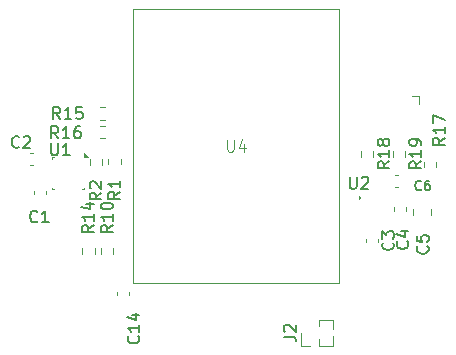
<source format=gbr>
%TF.GenerationSoftware,KiCad,Pcbnew,9.0.0*%
%TF.CreationDate,2025-06-13T20:30:42+03:00*%
%TF.ProjectId,BLE_sensors,424c455f-7365-46e7-936f-72732e6b6963,rev?*%
%TF.SameCoordinates,Original*%
%TF.FileFunction,Legend,Top*%
%TF.FilePolarity,Positive*%
%FSLAX46Y46*%
G04 Gerber Fmt 4.6, Leading zero omitted, Abs format (unit mm)*
G04 Created by KiCad (PCBNEW 9.0.0) date 2025-06-13 20:30:42*
%MOMM*%
%LPD*%
G01*
G04 APERTURE LIST*
%ADD10C,0.150000*%
%ADD11C,0.100000*%
%ADD12C,0.120000*%
%ADD13C,0.000000*%
G04 APERTURE END LIST*
D10*
X156966667Y-76886104D02*
X156928571Y-76924200D01*
X156928571Y-76924200D02*
X156814286Y-76962295D01*
X156814286Y-76962295D02*
X156738095Y-76962295D01*
X156738095Y-76962295D02*
X156623809Y-76924200D01*
X156623809Y-76924200D02*
X156547619Y-76848009D01*
X156547619Y-76848009D02*
X156509524Y-76771819D01*
X156509524Y-76771819D02*
X156471428Y-76619438D01*
X156471428Y-76619438D02*
X156471428Y-76505152D01*
X156471428Y-76505152D02*
X156509524Y-76352771D01*
X156509524Y-76352771D02*
X156547619Y-76276580D01*
X156547619Y-76276580D02*
X156623809Y-76200390D01*
X156623809Y-76200390D02*
X156738095Y-76162295D01*
X156738095Y-76162295D02*
X156814286Y-76162295D01*
X156814286Y-76162295D02*
X156928571Y-76200390D01*
X156928571Y-76200390D02*
X156966667Y-76238485D01*
X157652381Y-76162295D02*
X157500000Y-76162295D01*
X157500000Y-76162295D02*
X157423809Y-76200390D01*
X157423809Y-76200390D02*
X157385714Y-76238485D01*
X157385714Y-76238485D02*
X157309524Y-76352771D01*
X157309524Y-76352771D02*
X157271428Y-76505152D01*
X157271428Y-76505152D02*
X157271428Y-76809914D01*
X157271428Y-76809914D02*
X157309524Y-76886104D01*
X157309524Y-76886104D02*
X157347619Y-76924200D01*
X157347619Y-76924200D02*
X157423809Y-76962295D01*
X157423809Y-76962295D02*
X157576190Y-76962295D01*
X157576190Y-76962295D02*
X157652381Y-76924200D01*
X157652381Y-76924200D02*
X157690476Y-76886104D01*
X157690476Y-76886104D02*
X157728571Y-76809914D01*
X157728571Y-76809914D02*
X157728571Y-76619438D01*
X157728571Y-76619438D02*
X157690476Y-76543247D01*
X157690476Y-76543247D02*
X157652381Y-76505152D01*
X157652381Y-76505152D02*
X157576190Y-76467057D01*
X157576190Y-76467057D02*
X157423809Y-76467057D01*
X157423809Y-76467057D02*
X157347619Y-76505152D01*
X157347619Y-76505152D02*
X157309524Y-76543247D01*
X157309524Y-76543247D02*
X157271428Y-76619438D01*
X154564580Y-81416666D02*
X154612200Y-81464285D01*
X154612200Y-81464285D02*
X154659819Y-81607142D01*
X154659819Y-81607142D02*
X154659819Y-81702380D01*
X154659819Y-81702380D02*
X154612200Y-81845237D01*
X154612200Y-81845237D02*
X154516961Y-81940475D01*
X154516961Y-81940475D02*
X154421723Y-81988094D01*
X154421723Y-81988094D02*
X154231247Y-82035713D01*
X154231247Y-82035713D02*
X154088390Y-82035713D01*
X154088390Y-82035713D02*
X153897914Y-81988094D01*
X153897914Y-81988094D02*
X153802676Y-81940475D01*
X153802676Y-81940475D02*
X153707438Y-81845237D01*
X153707438Y-81845237D02*
X153659819Y-81702380D01*
X153659819Y-81702380D02*
X153659819Y-81607142D01*
X153659819Y-81607142D02*
X153707438Y-81464285D01*
X153707438Y-81464285D02*
X153755057Y-81416666D01*
X153659819Y-81083332D02*
X153659819Y-80464285D01*
X153659819Y-80464285D02*
X154040771Y-80797618D01*
X154040771Y-80797618D02*
X154040771Y-80654761D01*
X154040771Y-80654761D02*
X154088390Y-80559523D01*
X154088390Y-80559523D02*
X154136009Y-80511904D01*
X154136009Y-80511904D02*
X154231247Y-80464285D01*
X154231247Y-80464285D02*
X154469342Y-80464285D01*
X154469342Y-80464285D02*
X154564580Y-80511904D01*
X154564580Y-80511904D02*
X154612200Y-80559523D01*
X154612200Y-80559523D02*
X154659819Y-80654761D01*
X154659819Y-80654761D02*
X154659819Y-80940475D01*
X154659819Y-80940475D02*
X154612200Y-81035713D01*
X154612200Y-81035713D02*
X154564580Y-81083332D01*
X145339819Y-89383333D02*
X146054104Y-89383333D01*
X146054104Y-89383333D02*
X146196961Y-89430952D01*
X146196961Y-89430952D02*
X146292200Y-89526190D01*
X146292200Y-89526190D02*
X146339819Y-89669047D01*
X146339819Y-89669047D02*
X146339819Y-89764285D01*
X145435057Y-88954761D02*
X145387438Y-88907142D01*
X145387438Y-88907142D02*
X145339819Y-88811904D01*
X145339819Y-88811904D02*
X145339819Y-88573809D01*
X145339819Y-88573809D02*
X145387438Y-88478571D01*
X145387438Y-88478571D02*
X145435057Y-88430952D01*
X145435057Y-88430952D02*
X145530295Y-88383333D01*
X145530295Y-88383333D02*
X145625533Y-88383333D01*
X145625533Y-88383333D02*
X145768390Y-88430952D01*
X145768390Y-88430952D02*
X146339819Y-89002380D01*
X146339819Y-89002380D02*
X146339819Y-88383333D01*
X150938095Y-75854819D02*
X150938095Y-76664342D01*
X150938095Y-76664342D02*
X150985714Y-76759580D01*
X150985714Y-76759580D02*
X151033333Y-76807200D01*
X151033333Y-76807200D02*
X151128571Y-76854819D01*
X151128571Y-76854819D02*
X151319047Y-76854819D01*
X151319047Y-76854819D02*
X151414285Y-76807200D01*
X151414285Y-76807200D02*
X151461904Y-76759580D01*
X151461904Y-76759580D02*
X151509523Y-76664342D01*
X151509523Y-76664342D02*
X151509523Y-75854819D01*
X151938095Y-75950057D02*
X151985714Y-75902438D01*
X151985714Y-75902438D02*
X152080952Y-75854819D01*
X152080952Y-75854819D02*
X152319047Y-75854819D01*
X152319047Y-75854819D02*
X152414285Y-75902438D01*
X152414285Y-75902438D02*
X152461904Y-75950057D01*
X152461904Y-75950057D02*
X152509523Y-76045295D01*
X152509523Y-76045295D02*
X152509523Y-76140533D01*
X152509523Y-76140533D02*
X152461904Y-76283390D01*
X152461904Y-76283390D02*
X151890476Y-76854819D01*
X151890476Y-76854819D02*
X152509523Y-76854819D01*
X129254819Y-79942857D02*
X128778628Y-80276190D01*
X129254819Y-80514285D02*
X128254819Y-80514285D01*
X128254819Y-80514285D02*
X128254819Y-80133333D01*
X128254819Y-80133333D02*
X128302438Y-80038095D01*
X128302438Y-80038095D02*
X128350057Y-79990476D01*
X128350057Y-79990476D02*
X128445295Y-79942857D01*
X128445295Y-79942857D02*
X128588152Y-79942857D01*
X128588152Y-79942857D02*
X128683390Y-79990476D01*
X128683390Y-79990476D02*
X128731009Y-80038095D01*
X128731009Y-80038095D02*
X128778628Y-80133333D01*
X128778628Y-80133333D02*
X128778628Y-80514285D01*
X129254819Y-78990476D02*
X129254819Y-79561904D01*
X129254819Y-79276190D02*
X128254819Y-79276190D01*
X128254819Y-79276190D02*
X128397676Y-79371428D01*
X128397676Y-79371428D02*
X128492914Y-79466666D01*
X128492914Y-79466666D02*
X128540533Y-79561904D01*
X128588152Y-78133333D02*
X129254819Y-78133333D01*
X128207200Y-78371428D02*
X128921485Y-78609523D01*
X128921485Y-78609523D02*
X128921485Y-77990476D01*
X130854819Y-79942857D02*
X130378628Y-80276190D01*
X130854819Y-80514285D02*
X129854819Y-80514285D01*
X129854819Y-80514285D02*
X129854819Y-80133333D01*
X129854819Y-80133333D02*
X129902438Y-80038095D01*
X129902438Y-80038095D02*
X129950057Y-79990476D01*
X129950057Y-79990476D02*
X130045295Y-79942857D01*
X130045295Y-79942857D02*
X130188152Y-79942857D01*
X130188152Y-79942857D02*
X130283390Y-79990476D01*
X130283390Y-79990476D02*
X130331009Y-80038095D01*
X130331009Y-80038095D02*
X130378628Y-80133333D01*
X130378628Y-80133333D02*
X130378628Y-80514285D01*
X130854819Y-78990476D02*
X130854819Y-79561904D01*
X130854819Y-79276190D02*
X129854819Y-79276190D01*
X129854819Y-79276190D02*
X129997676Y-79371428D01*
X129997676Y-79371428D02*
X130092914Y-79466666D01*
X130092914Y-79466666D02*
X130140533Y-79561904D01*
X129854819Y-78371428D02*
X129854819Y-78276190D01*
X129854819Y-78276190D02*
X129902438Y-78180952D01*
X129902438Y-78180952D02*
X129950057Y-78133333D01*
X129950057Y-78133333D02*
X130045295Y-78085714D01*
X130045295Y-78085714D02*
X130235771Y-78038095D01*
X130235771Y-78038095D02*
X130473866Y-78038095D01*
X130473866Y-78038095D02*
X130664342Y-78085714D01*
X130664342Y-78085714D02*
X130759580Y-78133333D01*
X130759580Y-78133333D02*
X130807200Y-78180952D01*
X130807200Y-78180952D02*
X130854819Y-78276190D01*
X130854819Y-78276190D02*
X130854819Y-78371428D01*
X130854819Y-78371428D02*
X130807200Y-78466666D01*
X130807200Y-78466666D02*
X130759580Y-78514285D01*
X130759580Y-78514285D02*
X130664342Y-78561904D01*
X130664342Y-78561904D02*
X130473866Y-78609523D01*
X130473866Y-78609523D02*
X130235771Y-78609523D01*
X130235771Y-78609523D02*
X130045295Y-78561904D01*
X130045295Y-78561904D02*
X129950057Y-78514285D01*
X129950057Y-78514285D02*
X129902438Y-78466666D01*
X129902438Y-78466666D02*
X129854819Y-78371428D01*
X131474819Y-77121666D02*
X130998628Y-77454999D01*
X131474819Y-77693094D02*
X130474819Y-77693094D01*
X130474819Y-77693094D02*
X130474819Y-77312142D01*
X130474819Y-77312142D02*
X130522438Y-77216904D01*
X130522438Y-77216904D02*
X130570057Y-77169285D01*
X130570057Y-77169285D02*
X130665295Y-77121666D01*
X130665295Y-77121666D02*
X130808152Y-77121666D01*
X130808152Y-77121666D02*
X130903390Y-77169285D01*
X130903390Y-77169285D02*
X130951009Y-77216904D01*
X130951009Y-77216904D02*
X130998628Y-77312142D01*
X130998628Y-77312142D02*
X130998628Y-77693094D01*
X131474819Y-76169285D02*
X131474819Y-76740713D01*
X131474819Y-76454999D02*
X130474819Y-76454999D01*
X130474819Y-76454999D02*
X130617676Y-76550237D01*
X130617676Y-76550237D02*
X130712914Y-76645475D01*
X130712914Y-76645475D02*
X130760533Y-76740713D01*
X126247142Y-72584819D02*
X125913809Y-72108628D01*
X125675714Y-72584819D02*
X125675714Y-71584819D01*
X125675714Y-71584819D02*
X126056666Y-71584819D01*
X126056666Y-71584819D02*
X126151904Y-71632438D01*
X126151904Y-71632438D02*
X126199523Y-71680057D01*
X126199523Y-71680057D02*
X126247142Y-71775295D01*
X126247142Y-71775295D02*
X126247142Y-71918152D01*
X126247142Y-71918152D02*
X126199523Y-72013390D01*
X126199523Y-72013390D02*
X126151904Y-72061009D01*
X126151904Y-72061009D02*
X126056666Y-72108628D01*
X126056666Y-72108628D02*
X125675714Y-72108628D01*
X127199523Y-72584819D02*
X126628095Y-72584819D01*
X126913809Y-72584819D02*
X126913809Y-71584819D01*
X126913809Y-71584819D02*
X126818571Y-71727676D01*
X126818571Y-71727676D02*
X126723333Y-71822914D01*
X126723333Y-71822914D02*
X126628095Y-71870533D01*
X128056666Y-71584819D02*
X127866190Y-71584819D01*
X127866190Y-71584819D02*
X127770952Y-71632438D01*
X127770952Y-71632438D02*
X127723333Y-71680057D01*
X127723333Y-71680057D02*
X127628095Y-71822914D01*
X127628095Y-71822914D02*
X127580476Y-72013390D01*
X127580476Y-72013390D02*
X127580476Y-72394342D01*
X127580476Y-72394342D02*
X127628095Y-72489580D01*
X127628095Y-72489580D02*
X127675714Y-72537200D01*
X127675714Y-72537200D02*
X127770952Y-72584819D01*
X127770952Y-72584819D02*
X127961428Y-72584819D01*
X127961428Y-72584819D02*
X128056666Y-72537200D01*
X128056666Y-72537200D02*
X128104285Y-72489580D01*
X128104285Y-72489580D02*
X128151904Y-72394342D01*
X128151904Y-72394342D02*
X128151904Y-72156247D01*
X128151904Y-72156247D02*
X128104285Y-72061009D01*
X128104285Y-72061009D02*
X128056666Y-72013390D01*
X128056666Y-72013390D02*
X127961428Y-71965771D01*
X127961428Y-71965771D02*
X127770952Y-71965771D01*
X127770952Y-71965771D02*
X127675714Y-72013390D01*
X127675714Y-72013390D02*
X127628095Y-72061009D01*
X127628095Y-72061009D02*
X127580476Y-72156247D01*
X125663095Y-73014819D02*
X125663095Y-73824342D01*
X125663095Y-73824342D02*
X125710714Y-73919580D01*
X125710714Y-73919580D02*
X125758333Y-73967200D01*
X125758333Y-73967200D02*
X125853571Y-74014819D01*
X125853571Y-74014819D02*
X126044047Y-74014819D01*
X126044047Y-74014819D02*
X126139285Y-73967200D01*
X126139285Y-73967200D02*
X126186904Y-73919580D01*
X126186904Y-73919580D02*
X126234523Y-73824342D01*
X126234523Y-73824342D02*
X126234523Y-73014819D01*
X127234523Y-74014819D02*
X126663095Y-74014819D01*
X126948809Y-74014819D02*
X126948809Y-73014819D01*
X126948809Y-73014819D02*
X126853571Y-73157676D01*
X126853571Y-73157676D02*
X126758333Y-73252914D01*
X126758333Y-73252914D02*
X126663095Y-73300533D01*
X158954819Y-72542857D02*
X158478628Y-72876190D01*
X158954819Y-73114285D02*
X157954819Y-73114285D01*
X157954819Y-73114285D02*
X157954819Y-72733333D01*
X157954819Y-72733333D02*
X158002438Y-72638095D01*
X158002438Y-72638095D02*
X158050057Y-72590476D01*
X158050057Y-72590476D02*
X158145295Y-72542857D01*
X158145295Y-72542857D02*
X158288152Y-72542857D01*
X158288152Y-72542857D02*
X158383390Y-72590476D01*
X158383390Y-72590476D02*
X158431009Y-72638095D01*
X158431009Y-72638095D02*
X158478628Y-72733333D01*
X158478628Y-72733333D02*
X158478628Y-73114285D01*
X158954819Y-71590476D02*
X158954819Y-72161904D01*
X158954819Y-71876190D02*
X157954819Y-71876190D01*
X157954819Y-71876190D02*
X158097676Y-71971428D01*
X158097676Y-71971428D02*
X158192914Y-72066666D01*
X158192914Y-72066666D02*
X158240533Y-72161904D01*
X157954819Y-71257142D02*
X157954819Y-70590476D01*
X157954819Y-70590476D02*
X158954819Y-71019047D01*
X122933333Y-73319580D02*
X122885714Y-73367200D01*
X122885714Y-73367200D02*
X122742857Y-73414819D01*
X122742857Y-73414819D02*
X122647619Y-73414819D01*
X122647619Y-73414819D02*
X122504762Y-73367200D01*
X122504762Y-73367200D02*
X122409524Y-73271961D01*
X122409524Y-73271961D02*
X122361905Y-73176723D01*
X122361905Y-73176723D02*
X122314286Y-72986247D01*
X122314286Y-72986247D02*
X122314286Y-72843390D01*
X122314286Y-72843390D02*
X122361905Y-72652914D01*
X122361905Y-72652914D02*
X122409524Y-72557676D01*
X122409524Y-72557676D02*
X122504762Y-72462438D01*
X122504762Y-72462438D02*
X122647619Y-72414819D01*
X122647619Y-72414819D02*
X122742857Y-72414819D01*
X122742857Y-72414819D02*
X122885714Y-72462438D01*
X122885714Y-72462438D02*
X122933333Y-72510057D01*
X123314286Y-72510057D02*
X123361905Y-72462438D01*
X123361905Y-72462438D02*
X123457143Y-72414819D01*
X123457143Y-72414819D02*
X123695238Y-72414819D01*
X123695238Y-72414819D02*
X123790476Y-72462438D01*
X123790476Y-72462438D02*
X123838095Y-72510057D01*
X123838095Y-72510057D02*
X123885714Y-72605295D01*
X123885714Y-72605295D02*
X123885714Y-72700533D01*
X123885714Y-72700533D02*
X123838095Y-72843390D01*
X123838095Y-72843390D02*
X123266667Y-73414819D01*
X123266667Y-73414819D02*
X123885714Y-73414819D01*
X124483333Y-79619580D02*
X124435714Y-79667200D01*
X124435714Y-79667200D02*
X124292857Y-79714819D01*
X124292857Y-79714819D02*
X124197619Y-79714819D01*
X124197619Y-79714819D02*
X124054762Y-79667200D01*
X124054762Y-79667200D02*
X123959524Y-79571961D01*
X123959524Y-79571961D02*
X123911905Y-79476723D01*
X123911905Y-79476723D02*
X123864286Y-79286247D01*
X123864286Y-79286247D02*
X123864286Y-79143390D01*
X123864286Y-79143390D02*
X123911905Y-78952914D01*
X123911905Y-78952914D02*
X123959524Y-78857676D01*
X123959524Y-78857676D02*
X124054762Y-78762438D01*
X124054762Y-78762438D02*
X124197619Y-78714819D01*
X124197619Y-78714819D02*
X124292857Y-78714819D01*
X124292857Y-78714819D02*
X124435714Y-78762438D01*
X124435714Y-78762438D02*
X124483333Y-78810057D01*
X125435714Y-79714819D02*
X124864286Y-79714819D01*
X125150000Y-79714819D02*
X125150000Y-78714819D01*
X125150000Y-78714819D02*
X125054762Y-78857676D01*
X125054762Y-78857676D02*
X124959524Y-78952914D01*
X124959524Y-78952914D02*
X124864286Y-79000533D01*
X155809580Y-81316666D02*
X155857200Y-81364285D01*
X155857200Y-81364285D02*
X155904819Y-81507142D01*
X155904819Y-81507142D02*
X155904819Y-81602380D01*
X155904819Y-81602380D02*
X155857200Y-81745237D01*
X155857200Y-81745237D02*
X155761961Y-81840475D01*
X155761961Y-81840475D02*
X155666723Y-81888094D01*
X155666723Y-81888094D02*
X155476247Y-81935713D01*
X155476247Y-81935713D02*
X155333390Y-81935713D01*
X155333390Y-81935713D02*
X155142914Y-81888094D01*
X155142914Y-81888094D02*
X155047676Y-81840475D01*
X155047676Y-81840475D02*
X154952438Y-81745237D01*
X154952438Y-81745237D02*
X154904819Y-81602380D01*
X154904819Y-81602380D02*
X154904819Y-81507142D01*
X154904819Y-81507142D02*
X154952438Y-81364285D01*
X154952438Y-81364285D02*
X155000057Y-81316666D01*
X155238152Y-80459523D02*
X155904819Y-80459523D01*
X154857200Y-80697618D02*
X155571485Y-80935713D01*
X155571485Y-80935713D02*
X155571485Y-80316666D01*
X157509580Y-81725166D02*
X157557200Y-81772785D01*
X157557200Y-81772785D02*
X157604819Y-81915642D01*
X157604819Y-81915642D02*
X157604819Y-82010880D01*
X157604819Y-82010880D02*
X157557200Y-82153737D01*
X157557200Y-82153737D02*
X157461961Y-82248975D01*
X157461961Y-82248975D02*
X157366723Y-82296594D01*
X157366723Y-82296594D02*
X157176247Y-82344213D01*
X157176247Y-82344213D02*
X157033390Y-82344213D01*
X157033390Y-82344213D02*
X156842914Y-82296594D01*
X156842914Y-82296594D02*
X156747676Y-82248975D01*
X156747676Y-82248975D02*
X156652438Y-82153737D01*
X156652438Y-82153737D02*
X156604819Y-82010880D01*
X156604819Y-82010880D02*
X156604819Y-81915642D01*
X156604819Y-81915642D02*
X156652438Y-81772785D01*
X156652438Y-81772785D02*
X156700057Y-81725166D01*
X156604819Y-80820404D02*
X156604819Y-81296594D01*
X156604819Y-81296594D02*
X157081009Y-81344213D01*
X157081009Y-81344213D02*
X157033390Y-81296594D01*
X157033390Y-81296594D02*
X156985771Y-81201356D01*
X156985771Y-81201356D02*
X156985771Y-80963261D01*
X156985771Y-80963261D02*
X157033390Y-80868023D01*
X157033390Y-80868023D02*
X157081009Y-80820404D01*
X157081009Y-80820404D02*
X157176247Y-80772785D01*
X157176247Y-80772785D02*
X157414342Y-80772785D01*
X157414342Y-80772785D02*
X157509580Y-80820404D01*
X157509580Y-80820404D02*
X157557200Y-80868023D01*
X157557200Y-80868023D02*
X157604819Y-80963261D01*
X157604819Y-80963261D02*
X157604819Y-81201356D01*
X157604819Y-81201356D02*
X157557200Y-81296594D01*
X157557200Y-81296594D02*
X157509580Y-81344213D01*
X129904819Y-77186666D02*
X129428628Y-77519999D01*
X129904819Y-77758094D02*
X128904819Y-77758094D01*
X128904819Y-77758094D02*
X128904819Y-77377142D01*
X128904819Y-77377142D02*
X128952438Y-77281904D01*
X128952438Y-77281904D02*
X129000057Y-77234285D01*
X129000057Y-77234285D02*
X129095295Y-77186666D01*
X129095295Y-77186666D02*
X129238152Y-77186666D01*
X129238152Y-77186666D02*
X129333390Y-77234285D01*
X129333390Y-77234285D02*
X129381009Y-77281904D01*
X129381009Y-77281904D02*
X129428628Y-77377142D01*
X129428628Y-77377142D02*
X129428628Y-77758094D01*
X129000057Y-76805713D02*
X128952438Y-76758094D01*
X128952438Y-76758094D02*
X128904819Y-76662856D01*
X128904819Y-76662856D02*
X128904819Y-76424761D01*
X128904819Y-76424761D02*
X128952438Y-76329523D01*
X128952438Y-76329523D02*
X129000057Y-76281904D01*
X129000057Y-76281904D02*
X129095295Y-76234285D01*
X129095295Y-76234285D02*
X129190533Y-76234285D01*
X129190533Y-76234285D02*
X129333390Y-76281904D01*
X129333390Y-76281904D02*
X129904819Y-76853332D01*
X129904819Y-76853332D02*
X129904819Y-76234285D01*
X126407142Y-70944819D02*
X126073809Y-70468628D01*
X125835714Y-70944819D02*
X125835714Y-69944819D01*
X125835714Y-69944819D02*
X126216666Y-69944819D01*
X126216666Y-69944819D02*
X126311904Y-69992438D01*
X126311904Y-69992438D02*
X126359523Y-70040057D01*
X126359523Y-70040057D02*
X126407142Y-70135295D01*
X126407142Y-70135295D02*
X126407142Y-70278152D01*
X126407142Y-70278152D02*
X126359523Y-70373390D01*
X126359523Y-70373390D02*
X126311904Y-70421009D01*
X126311904Y-70421009D02*
X126216666Y-70468628D01*
X126216666Y-70468628D02*
X125835714Y-70468628D01*
X127359523Y-70944819D02*
X126788095Y-70944819D01*
X127073809Y-70944819D02*
X127073809Y-69944819D01*
X127073809Y-69944819D02*
X126978571Y-70087676D01*
X126978571Y-70087676D02*
X126883333Y-70182914D01*
X126883333Y-70182914D02*
X126788095Y-70230533D01*
X128264285Y-69944819D02*
X127788095Y-69944819D01*
X127788095Y-69944819D02*
X127740476Y-70421009D01*
X127740476Y-70421009D02*
X127788095Y-70373390D01*
X127788095Y-70373390D02*
X127883333Y-70325771D01*
X127883333Y-70325771D02*
X128121428Y-70325771D01*
X128121428Y-70325771D02*
X128216666Y-70373390D01*
X128216666Y-70373390D02*
X128264285Y-70421009D01*
X128264285Y-70421009D02*
X128311904Y-70516247D01*
X128311904Y-70516247D02*
X128311904Y-70754342D01*
X128311904Y-70754342D02*
X128264285Y-70849580D01*
X128264285Y-70849580D02*
X128216666Y-70897200D01*
X128216666Y-70897200D02*
X128121428Y-70944819D01*
X128121428Y-70944819D02*
X127883333Y-70944819D01*
X127883333Y-70944819D02*
X127788095Y-70897200D01*
X127788095Y-70897200D02*
X127740476Y-70849580D01*
X154284819Y-74542857D02*
X153808628Y-74876190D01*
X154284819Y-75114285D02*
X153284819Y-75114285D01*
X153284819Y-75114285D02*
X153284819Y-74733333D01*
X153284819Y-74733333D02*
X153332438Y-74638095D01*
X153332438Y-74638095D02*
X153380057Y-74590476D01*
X153380057Y-74590476D02*
X153475295Y-74542857D01*
X153475295Y-74542857D02*
X153618152Y-74542857D01*
X153618152Y-74542857D02*
X153713390Y-74590476D01*
X153713390Y-74590476D02*
X153761009Y-74638095D01*
X153761009Y-74638095D02*
X153808628Y-74733333D01*
X153808628Y-74733333D02*
X153808628Y-75114285D01*
X154284819Y-73590476D02*
X154284819Y-74161904D01*
X154284819Y-73876190D02*
X153284819Y-73876190D01*
X153284819Y-73876190D02*
X153427676Y-73971428D01*
X153427676Y-73971428D02*
X153522914Y-74066666D01*
X153522914Y-74066666D02*
X153570533Y-74161904D01*
X153713390Y-73019047D02*
X153665771Y-73114285D01*
X153665771Y-73114285D02*
X153618152Y-73161904D01*
X153618152Y-73161904D02*
X153522914Y-73209523D01*
X153522914Y-73209523D02*
X153475295Y-73209523D01*
X153475295Y-73209523D02*
X153380057Y-73161904D01*
X153380057Y-73161904D02*
X153332438Y-73114285D01*
X153332438Y-73114285D02*
X153284819Y-73019047D01*
X153284819Y-73019047D02*
X153284819Y-72828571D01*
X153284819Y-72828571D02*
X153332438Y-72733333D01*
X153332438Y-72733333D02*
X153380057Y-72685714D01*
X153380057Y-72685714D02*
X153475295Y-72638095D01*
X153475295Y-72638095D02*
X153522914Y-72638095D01*
X153522914Y-72638095D02*
X153618152Y-72685714D01*
X153618152Y-72685714D02*
X153665771Y-72733333D01*
X153665771Y-72733333D02*
X153713390Y-72828571D01*
X153713390Y-72828571D02*
X153713390Y-73019047D01*
X153713390Y-73019047D02*
X153761009Y-73114285D01*
X153761009Y-73114285D02*
X153808628Y-73161904D01*
X153808628Y-73161904D02*
X153903866Y-73209523D01*
X153903866Y-73209523D02*
X154094342Y-73209523D01*
X154094342Y-73209523D02*
X154189580Y-73161904D01*
X154189580Y-73161904D02*
X154237200Y-73114285D01*
X154237200Y-73114285D02*
X154284819Y-73019047D01*
X154284819Y-73019047D02*
X154284819Y-72828571D01*
X154284819Y-72828571D02*
X154237200Y-72733333D01*
X154237200Y-72733333D02*
X154189580Y-72685714D01*
X154189580Y-72685714D02*
X154094342Y-72638095D01*
X154094342Y-72638095D02*
X153903866Y-72638095D01*
X153903866Y-72638095D02*
X153808628Y-72685714D01*
X153808628Y-72685714D02*
X153761009Y-72733333D01*
X153761009Y-72733333D02*
X153713390Y-72828571D01*
D11*
X140538095Y-72707419D02*
X140538095Y-73516942D01*
X140538095Y-73516942D02*
X140585714Y-73612180D01*
X140585714Y-73612180D02*
X140633333Y-73659800D01*
X140633333Y-73659800D02*
X140728571Y-73707419D01*
X140728571Y-73707419D02*
X140919047Y-73707419D01*
X140919047Y-73707419D02*
X141014285Y-73659800D01*
X141014285Y-73659800D02*
X141061904Y-73612180D01*
X141061904Y-73612180D02*
X141109523Y-73516942D01*
X141109523Y-73516942D02*
X141109523Y-72707419D01*
X142014285Y-73040752D02*
X142014285Y-73707419D01*
X141776190Y-72659800D02*
X141538095Y-73374085D01*
X141538095Y-73374085D02*
X142157142Y-73374085D01*
D10*
X133029580Y-89327857D02*
X133077200Y-89375476D01*
X133077200Y-89375476D02*
X133124819Y-89518333D01*
X133124819Y-89518333D02*
X133124819Y-89613571D01*
X133124819Y-89613571D02*
X133077200Y-89756428D01*
X133077200Y-89756428D02*
X132981961Y-89851666D01*
X132981961Y-89851666D02*
X132886723Y-89899285D01*
X132886723Y-89899285D02*
X132696247Y-89946904D01*
X132696247Y-89946904D02*
X132553390Y-89946904D01*
X132553390Y-89946904D02*
X132362914Y-89899285D01*
X132362914Y-89899285D02*
X132267676Y-89851666D01*
X132267676Y-89851666D02*
X132172438Y-89756428D01*
X132172438Y-89756428D02*
X132124819Y-89613571D01*
X132124819Y-89613571D02*
X132124819Y-89518333D01*
X132124819Y-89518333D02*
X132172438Y-89375476D01*
X132172438Y-89375476D02*
X132220057Y-89327857D01*
X133124819Y-88375476D02*
X133124819Y-88946904D01*
X133124819Y-88661190D02*
X132124819Y-88661190D01*
X132124819Y-88661190D02*
X132267676Y-88756428D01*
X132267676Y-88756428D02*
X132362914Y-88851666D01*
X132362914Y-88851666D02*
X132410533Y-88946904D01*
X132458152Y-87518333D02*
X133124819Y-87518333D01*
X132077200Y-87756428D02*
X132791485Y-87994523D01*
X132791485Y-87994523D02*
X132791485Y-87375476D01*
X156984819Y-74542857D02*
X156508628Y-74876190D01*
X156984819Y-75114285D02*
X155984819Y-75114285D01*
X155984819Y-75114285D02*
X155984819Y-74733333D01*
X155984819Y-74733333D02*
X156032438Y-74638095D01*
X156032438Y-74638095D02*
X156080057Y-74590476D01*
X156080057Y-74590476D02*
X156175295Y-74542857D01*
X156175295Y-74542857D02*
X156318152Y-74542857D01*
X156318152Y-74542857D02*
X156413390Y-74590476D01*
X156413390Y-74590476D02*
X156461009Y-74638095D01*
X156461009Y-74638095D02*
X156508628Y-74733333D01*
X156508628Y-74733333D02*
X156508628Y-75114285D01*
X156984819Y-73590476D02*
X156984819Y-74161904D01*
X156984819Y-73876190D02*
X155984819Y-73876190D01*
X155984819Y-73876190D02*
X156127676Y-73971428D01*
X156127676Y-73971428D02*
X156222914Y-74066666D01*
X156222914Y-74066666D02*
X156270533Y-74161904D01*
X156984819Y-73114285D02*
X156984819Y-72923809D01*
X156984819Y-72923809D02*
X156937200Y-72828571D01*
X156937200Y-72828571D02*
X156889580Y-72780952D01*
X156889580Y-72780952D02*
X156746723Y-72685714D01*
X156746723Y-72685714D02*
X156556247Y-72638095D01*
X156556247Y-72638095D02*
X156175295Y-72638095D01*
X156175295Y-72638095D02*
X156080057Y-72685714D01*
X156080057Y-72685714D02*
X156032438Y-72733333D01*
X156032438Y-72733333D02*
X155984819Y-72828571D01*
X155984819Y-72828571D02*
X155984819Y-73019047D01*
X155984819Y-73019047D02*
X156032438Y-73114285D01*
X156032438Y-73114285D02*
X156080057Y-73161904D01*
X156080057Y-73161904D02*
X156175295Y-73209523D01*
X156175295Y-73209523D02*
X156413390Y-73209523D01*
X156413390Y-73209523D02*
X156508628Y-73161904D01*
X156508628Y-73161904D02*
X156556247Y-73114285D01*
X156556247Y-73114285D02*
X156603866Y-73019047D01*
X156603866Y-73019047D02*
X156603866Y-72828571D01*
X156603866Y-72828571D02*
X156556247Y-72733333D01*
X156556247Y-72733333D02*
X156508628Y-72685714D01*
X156508628Y-72685714D02*
X156413390Y-72638095D01*
D12*
%TO.C,C6*%
X154759420Y-75715000D02*
X155040580Y-75715000D01*
X154759420Y-76735000D02*
X155040580Y-76735000D01*
%TO.C,C3*%
X152265000Y-81109420D02*
X152265000Y-81390580D01*
X153285000Y-81109420D02*
X153285000Y-81390580D01*
%TO.C,J2*%
X146820000Y-90160000D02*
X146820000Y-89050000D01*
X147580000Y-90160000D02*
X146820000Y-90160000D01*
X148340000Y-87940000D02*
X149545000Y-87940000D01*
X148340000Y-88486529D02*
X148340000Y-87940000D01*
X148340000Y-90160000D02*
X148340000Y-89613471D01*
X148340000Y-90160000D02*
X149545000Y-90160000D01*
X149545000Y-88742470D02*
X149545000Y-87940000D01*
X149545000Y-90160000D02*
X149545000Y-89357530D01*
D13*
%TO.C,U2*%
G36*
X151805887Y-77509353D02*
G01*
X151929887Y-77609353D01*
X151815887Y-77689353D01*
X151675887Y-77789353D01*
X151675887Y-77408353D01*
X151805887Y-77509353D01*
G37*
D12*
%TO.C,R14*%
X128277500Y-81917742D02*
X128277500Y-82392258D01*
X129322500Y-81917742D02*
X129322500Y-82392258D01*
%TO.C,R10*%
X129877500Y-82392258D02*
X129877500Y-81917742D01*
X130922500Y-82392258D02*
X130922500Y-81917742D01*
%TO.C,R1*%
X130477500Y-74777258D02*
X130477500Y-74302742D01*
X131522500Y-74777258D02*
X131522500Y-74302742D01*
%TO.C,R16*%
X129762742Y-71547500D02*
X130237258Y-71547500D01*
X129762742Y-72592500D02*
X130237258Y-72592500D01*
D11*
%TO.C,U1*%
X125740000Y-74210000D02*
X125740000Y-74360000D01*
X125750000Y-74210000D02*
X125900000Y-74210000D01*
X125750000Y-76910000D02*
X125750000Y-76760000D01*
X125750000Y-76910000D02*
X125900000Y-76910000D01*
X128450000Y-76760000D02*
X128450000Y-76910000D01*
X128450000Y-76910000D02*
X128300000Y-76910000D01*
D12*
X128810000Y-74210000D02*
X128450000Y-74210000D01*
X128450000Y-73850000D01*
X128810000Y-74210000D01*
G36*
X128810000Y-74210000D02*
G01*
X128450000Y-74210000D01*
X128450000Y-73850000D01*
X128810000Y-74210000D01*
G37*
%TO.C,R17*%
X157177500Y-74562742D02*
X157177500Y-75037258D01*
X158222500Y-74562742D02*
X158222500Y-75037258D01*
%TO.C,C2*%
X124120580Y-73800000D02*
X123839420Y-73800000D01*
X124120580Y-74820000D02*
X123839420Y-74820000D01*
%TO.C,J1*%
X156170000Y-69030000D02*
X156805000Y-69030000D01*
X156805000Y-69030000D02*
X156805000Y-69665000D01*
%TO.C,C1*%
X124190000Y-77019420D02*
X124190000Y-77300580D01*
X125210000Y-77019420D02*
X125210000Y-77300580D01*
%TO.C,C4*%
X154690000Y-78434420D02*
X154690000Y-78715580D01*
X155710000Y-78434420D02*
X155710000Y-78715580D01*
%TO.C,C5*%
X156315000Y-78538748D02*
X156315000Y-79061252D01*
X157785000Y-78538748D02*
X157785000Y-79061252D01*
%TO.C,R2*%
X128907500Y-74847258D02*
X128907500Y-74372742D01*
X129952500Y-74847258D02*
X129952500Y-74372742D01*
%TO.C,R15*%
X129762742Y-69977500D02*
X130237258Y-69977500D01*
X129762742Y-71022500D02*
X130237258Y-71022500D01*
%TO.C,R18*%
X151877500Y-73662742D02*
X151877500Y-74137258D01*
X152922500Y-73662742D02*
X152922500Y-74137258D01*
%TO.C,U4*%
D11*
X132600000Y-61650000D02*
X150000000Y-61650000D01*
X150000000Y-84850000D01*
X132600000Y-84850000D01*
X132600000Y-61650000D01*
D12*
%TO.C,C14*%
X131260000Y-85569420D02*
X131260000Y-85850580D01*
X132280000Y-85569420D02*
X132280000Y-85850580D01*
%TO.C,R19*%
X154577500Y-73662742D02*
X154577500Y-74137258D01*
X155622500Y-73662742D02*
X155622500Y-74137258D01*
%TD*%
M02*

</source>
